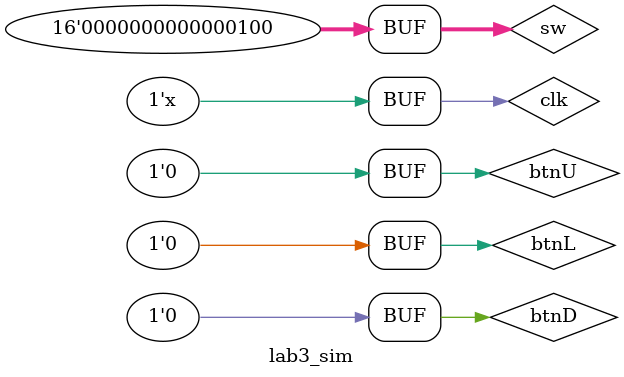
<source format=v>
`timescale 1ps / 1ps

module lab3_sim(

    );

    reg clk;
    reg btnU, btnL, btnD;
    reg [15:0] sw;
    wire [15:0] led;
    wire [7:0] seg;
    wire [3:0] an;
    lab3 sim(clk, btnU, btnL, btnD, sw, led, seg, an);

    initial begin
        btnU = 0; btnL = 0; btnD = 0;
        sw[15:3] = 13'b0;
        sw[2:0] = 3'b000; #1000000000;
        sw[2:0] = 3'b001; #1000000000;
        sw[2:0] = 3'b010; #1000000000;
        sw[2:0] = 3'b100; #1000000000;
    end

    always #(5) begin
        clk = ~clk;
    end
endmodule

</source>
